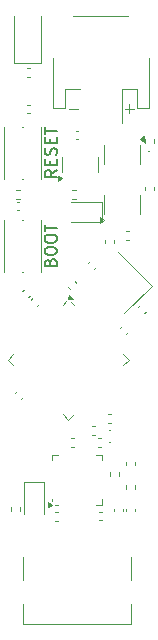
<source format=gbr>
%TF.GenerationSoftware,KiCad,Pcbnew,8.0.6*%
%TF.CreationDate,2024-11-16T14:05:28-06:00*%
%TF.ProjectId,ATesp32,41546573-7033-4322-9e6b-696361645f70,rev?*%
%TF.SameCoordinates,PX47868c0PY2faf080*%
%TF.FileFunction,Legend,Top*%
%TF.FilePolarity,Positive*%
%FSLAX46Y46*%
G04 Gerber Fmt 4.6, Leading zero omitted, Abs format (unit mm)*
G04 Created by KiCad (PCBNEW 8.0.6) date 2024-11-16 14:05:28*
%MOMM*%
%LPD*%
G01*
G04 APERTURE LIST*
%ADD10C,0.100000*%
%ADD11C,0.150000*%
%ADD12C,0.120000*%
G04 APERTURE END LIST*
D10*
X13053884Y-8741466D02*
X13815789Y-8741466D01*
X13434836Y-9122419D02*
X13434836Y-8360514D01*
X8303884Y-8741466D02*
X9065789Y-8741466D01*
D11*
X7254819Y-13952381D02*
X6778628Y-14285714D01*
X7254819Y-14523809D02*
X6254819Y-14523809D01*
X6254819Y-14523809D02*
X6254819Y-14142857D01*
X6254819Y-14142857D02*
X6302438Y-14047619D01*
X6302438Y-14047619D02*
X6350057Y-14000000D01*
X6350057Y-14000000D02*
X6445295Y-13952381D01*
X6445295Y-13952381D02*
X6588152Y-13952381D01*
X6588152Y-13952381D02*
X6683390Y-14000000D01*
X6683390Y-14000000D02*
X6731009Y-14047619D01*
X6731009Y-14047619D02*
X6778628Y-14142857D01*
X6778628Y-14142857D02*
X6778628Y-14523809D01*
X6731009Y-13523809D02*
X6731009Y-13190476D01*
X7254819Y-13047619D02*
X7254819Y-13523809D01*
X7254819Y-13523809D02*
X6254819Y-13523809D01*
X6254819Y-13523809D02*
X6254819Y-13047619D01*
X7207200Y-12666666D02*
X7254819Y-12523809D01*
X7254819Y-12523809D02*
X7254819Y-12285714D01*
X7254819Y-12285714D02*
X7207200Y-12190476D01*
X7207200Y-12190476D02*
X7159580Y-12142857D01*
X7159580Y-12142857D02*
X7064342Y-12095238D01*
X7064342Y-12095238D02*
X6969104Y-12095238D01*
X6969104Y-12095238D02*
X6873866Y-12142857D01*
X6873866Y-12142857D02*
X6826247Y-12190476D01*
X6826247Y-12190476D02*
X6778628Y-12285714D01*
X6778628Y-12285714D02*
X6731009Y-12476190D01*
X6731009Y-12476190D02*
X6683390Y-12571428D01*
X6683390Y-12571428D02*
X6635771Y-12619047D01*
X6635771Y-12619047D02*
X6540533Y-12666666D01*
X6540533Y-12666666D02*
X6445295Y-12666666D01*
X6445295Y-12666666D02*
X6350057Y-12619047D01*
X6350057Y-12619047D02*
X6302438Y-12571428D01*
X6302438Y-12571428D02*
X6254819Y-12476190D01*
X6254819Y-12476190D02*
X6254819Y-12238095D01*
X6254819Y-12238095D02*
X6302438Y-12095238D01*
X6731009Y-11666666D02*
X6731009Y-11333333D01*
X7254819Y-11190476D02*
X7254819Y-11666666D01*
X7254819Y-11666666D02*
X6254819Y-11666666D01*
X6254819Y-11666666D02*
X6254819Y-11190476D01*
X6254819Y-10904761D02*
X6254819Y-10333333D01*
X7254819Y-10619047D02*
X6254819Y-10619047D01*
X6731009Y-21757142D02*
X6778628Y-21614285D01*
X6778628Y-21614285D02*
X6826247Y-21566666D01*
X6826247Y-21566666D02*
X6921485Y-21519047D01*
X6921485Y-21519047D02*
X7064342Y-21519047D01*
X7064342Y-21519047D02*
X7159580Y-21566666D01*
X7159580Y-21566666D02*
X7207200Y-21614285D01*
X7207200Y-21614285D02*
X7254819Y-21709523D01*
X7254819Y-21709523D02*
X7254819Y-22090475D01*
X7254819Y-22090475D02*
X6254819Y-22090475D01*
X6254819Y-22090475D02*
X6254819Y-21757142D01*
X6254819Y-21757142D02*
X6302438Y-21661904D01*
X6302438Y-21661904D02*
X6350057Y-21614285D01*
X6350057Y-21614285D02*
X6445295Y-21566666D01*
X6445295Y-21566666D02*
X6540533Y-21566666D01*
X6540533Y-21566666D02*
X6635771Y-21614285D01*
X6635771Y-21614285D02*
X6683390Y-21661904D01*
X6683390Y-21661904D02*
X6731009Y-21757142D01*
X6731009Y-21757142D02*
X6731009Y-22090475D01*
X6254819Y-20899999D02*
X6254819Y-20709523D01*
X6254819Y-20709523D02*
X6302438Y-20614285D01*
X6302438Y-20614285D02*
X6397676Y-20519047D01*
X6397676Y-20519047D02*
X6588152Y-20471428D01*
X6588152Y-20471428D02*
X6921485Y-20471428D01*
X6921485Y-20471428D02*
X7111961Y-20519047D01*
X7111961Y-20519047D02*
X7207200Y-20614285D01*
X7207200Y-20614285D02*
X7254819Y-20709523D01*
X7254819Y-20709523D02*
X7254819Y-20899999D01*
X7254819Y-20899999D02*
X7207200Y-20995237D01*
X7207200Y-20995237D02*
X7111961Y-21090475D01*
X7111961Y-21090475D02*
X6921485Y-21138094D01*
X6921485Y-21138094D02*
X6588152Y-21138094D01*
X6588152Y-21138094D02*
X6397676Y-21090475D01*
X6397676Y-21090475D02*
X6302438Y-20995237D01*
X6302438Y-20995237D02*
X6254819Y-20899999D01*
X6254819Y-19852380D02*
X6254819Y-19661904D01*
X6254819Y-19661904D02*
X6302438Y-19566666D01*
X6302438Y-19566666D02*
X6397676Y-19471428D01*
X6397676Y-19471428D02*
X6588152Y-19423809D01*
X6588152Y-19423809D02*
X6921485Y-19423809D01*
X6921485Y-19423809D02*
X7111961Y-19471428D01*
X7111961Y-19471428D02*
X7207200Y-19566666D01*
X7207200Y-19566666D02*
X7254819Y-19661904D01*
X7254819Y-19661904D02*
X7254819Y-19852380D01*
X7254819Y-19852380D02*
X7207200Y-19947618D01*
X7207200Y-19947618D02*
X7111961Y-20042856D01*
X7111961Y-20042856D02*
X6921485Y-20090475D01*
X6921485Y-20090475D02*
X6588152Y-20090475D01*
X6588152Y-20090475D02*
X6397676Y-20042856D01*
X6397676Y-20042856D02*
X6302438Y-19947618D01*
X6302438Y-19947618D02*
X6254819Y-19852380D01*
X6254819Y-19138094D02*
X6254819Y-18566666D01*
X7254819Y-18852380D02*
X6254819Y-18852380D01*
D12*
%TO.C,R14*%
X10246359Y-35620000D02*
X10553641Y-35620000D01*
X10246359Y-36380000D02*
X10553641Y-36380000D01*
%TO.C,C5*%
X12669190Y-27321693D02*
X12821693Y-27169190D01*
X13178307Y-27830810D02*
X13330810Y-27678307D01*
%TO.C,R4*%
X13096359Y-19120000D02*
X13403641Y-19120000D01*
X13096359Y-19880000D02*
X13403641Y-19880000D01*
%TO.C,C9*%
X5007836Y-5340000D02*
X4792164Y-5340000D01*
X5007836Y-6060000D02*
X4792164Y-6060000D01*
%TO.C,C1*%
X5221693Y-24769190D02*
X5069190Y-24921693D01*
X5730810Y-25278307D02*
X5578307Y-25430810D01*
%TO.C,C3*%
X4521693Y-24069190D02*
X4369190Y-24221693D01*
X5030810Y-24578307D02*
X4878307Y-24730810D01*
%TO.C,Q1*%
X7690000Y-13500000D02*
X7690000Y-12850000D01*
X7690000Y-13500000D02*
X7690000Y-14150000D01*
X10810000Y-13500000D02*
X10810000Y-12850000D01*
X10810000Y-13500000D02*
X10810000Y-14150000D01*
X7740000Y-14662500D02*
X7410000Y-14902500D01*
X7410000Y-14422500D01*
X7740000Y-14662500D01*
G36*
X7740000Y-14662500D02*
G01*
X7410000Y-14902500D01*
X7410000Y-14422500D01*
X7740000Y-14662500D01*
G37*
%TO.C,SW1*%
X2850000Y-10300000D02*
X2850000Y-14700000D01*
X4350000Y-10300000D02*
X4450000Y-10300000D01*
X4350000Y-14700000D02*
X4450000Y-14700000D01*
X5950000Y-14700000D02*
X5950000Y-10300000D01*
%TO.C,U4*%
X11240000Y-16887500D02*
X11240000Y-16087500D01*
X11240000Y-16887500D02*
X11240000Y-17687500D01*
X14360000Y-16887500D02*
X14360000Y-16087500D01*
X14360000Y-16887500D02*
X14360000Y-17687500D01*
X11290000Y-18187500D02*
X10960000Y-18427500D01*
X10960000Y-17947500D01*
X11290000Y-18187500D01*
G36*
X11290000Y-18187500D02*
G01*
X10960000Y-18427500D01*
X10960000Y-17947500D01*
X11290000Y-18187500D01*
G37*
%TO.C,U3*%
X11240000Y-12637500D02*
X11240000Y-11837500D01*
X11240000Y-12637500D02*
X11240000Y-13437500D01*
X14360000Y-12637500D02*
X14360000Y-11837500D01*
X14360000Y-12637500D02*
X14360000Y-13437500D01*
X14640000Y-11577500D02*
X14310000Y-11337500D01*
X14640000Y-11097500D01*
X14640000Y-11577500D01*
G36*
X14640000Y-11577500D02*
G01*
X14310000Y-11337500D01*
X14640000Y-11097500D01*
X14640000Y-11577500D01*
G37*
%TO.C,R1*%
X4153641Y-15620000D02*
X3846359Y-15620000D01*
X4153641Y-16380000D02*
X3846359Y-16380000D01*
%TO.C,C7*%
X8421693Y-24030810D02*
X8269190Y-23878307D01*
X8930810Y-23521693D02*
X8778307Y-23369190D01*
D10*
%TO.C,D6*%
X11860000Y-37000000D02*
G75*
G02*
X11760000Y-37000000I-50000J0D01*
G01*
X11760000Y-37000000D02*
G75*
G02*
X11860000Y-37000000I50000J0D01*
G01*
D12*
%TO.C,SW2*%
X2850000Y-18200000D02*
X2850000Y-22600000D01*
X4350000Y-18200000D02*
X4450000Y-18200000D01*
X4350000Y-22600000D02*
X4450000Y-22600000D01*
X5950000Y-22600000D02*
X5950000Y-18200000D01*
%TO.C,R12*%
X13120000Y-38646359D02*
X13120000Y-38953641D01*
X13880000Y-38646359D02*
X13880000Y-38953641D01*
%TO.C,R11*%
X13120000Y-40953641D02*
X13120000Y-40646359D01*
X13880000Y-40953641D02*
X13880000Y-40646359D01*
%TO.C,D1*%
X4500000Y-40390000D02*
X4500000Y-43050000D01*
X6200000Y-40390000D02*
X4500000Y-40390000D01*
X6200000Y-40390000D02*
X6200000Y-43050000D01*
%TO.C,R8*%
X11903641Y-34620000D02*
X11596359Y-34620000D01*
X11903641Y-35380000D02*
X11596359Y-35380000D01*
%TO.C,U5*%
X6890000Y-38052500D02*
X7365000Y-38052500D01*
X6890000Y-38527500D02*
X6890000Y-38052500D01*
X6890000Y-41797500D02*
X6890000Y-41972500D01*
X7365000Y-42272500D02*
X7130000Y-42272500D01*
X11110000Y-38052500D02*
X10635000Y-38052500D01*
X11110000Y-38527500D02*
X11110000Y-38052500D01*
X11110000Y-41797500D02*
X11110000Y-42272500D01*
X11110000Y-42272500D02*
X10635000Y-42272500D01*
X6890000Y-42272500D02*
X6560000Y-42512500D01*
X6560000Y-42032500D01*
X6890000Y-42272500D01*
G36*
X6890000Y-42272500D02*
G01*
X6560000Y-42512500D01*
X6560000Y-42032500D01*
X6890000Y-42272500D01*
G37*
%TO.C,R2*%
X8596359Y-15620000D02*
X8903641Y-15620000D01*
X8596359Y-16380000D02*
X8903641Y-16380000D01*
%TO.C,D4*%
X11110000Y-16650000D02*
X8450000Y-16650000D01*
X11110000Y-18350000D02*
X8450000Y-18350000D01*
X11110000Y-18350000D02*
X11110000Y-16650000D01*
%TO.C,R5*%
X7403641Y-42870000D02*
X7096359Y-42870000D01*
X7403641Y-43630000D02*
X7096359Y-43630000D01*
%TO.C,R3*%
X14720000Y-15346359D02*
X14720000Y-15653641D01*
X15480000Y-15346359D02*
X15480000Y-15653641D01*
%TO.C,R7*%
X3420000Y-42803641D02*
X3420000Y-42496359D01*
X4180000Y-42803641D02*
X4180000Y-42496359D01*
D10*
%TO.C,D5*%
X11860000Y-36000000D02*
G75*
G02*
X11760000Y-36000000I-50000J0D01*
G01*
X11760000Y-36000000D02*
G75*
G02*
X11860000Y-36000000I50000J0D01*
G01*
D12*
%TO.C,J2*%
X6940000Y-4460000D02*
X6940000Y-8710000D01*
X6940000Y-8710000D02*
X7960000Y-8710000D01*
X7960000Y-7110000D02*
X9240000Y-7110000D01*
X7960000Y-8710000D02*
X7960000Y-7110000D01*
X12760000Y-7110000D02*
X12760000Y-10000000D01*
X13340000Y-890000D02*
X8660000Y-890000D01*
X14040000Y-7110000D02*
X12760000Y-7110000D01*
X14040000Y-8710000D02*
X14040000Y-7110000D01*
X15060000Y-4460000D02*
X15060000Y-8710000D01*
X15060000Y-8710000D02*
X14040000Y-8710000D01*
%TO.C,AE1*%
X3640000Y-950000D02*
X3640000Y-4860000D01*
X3640000Y-4860000D02*
X5960000Y-4860000D01*
X5960000Y-4860000D02*
X5960000Y-950000D01*
D10*
%TO.C,D2*%
X15150000Y-12410000D02*
G75*
G02*
X15050000Y-12410000I-50000J0D01*
G01*
X15050000Y-12410000D02*
G75*
G02*
X15150000Y-12410000I50000J0D01*
G01*
D12*
%TO.C,C10*%
X3892164Y-16640000D02*
X4107836Y-16640000D01*
X3892164Y-17360000D02*
X4107836Y-17360000D01*
%TO.C,R13*%
X11820000Y-39546359D02*
X11820000Y-39853641D01*
X12580000Y-39546359D02*
X12580000Y-39853641D01*
%TO.C,C17*%
X10872164Y-42890000D02*
X11087836Y-42890000D01*
X10872164Y-43610000D02*
X11087836Y-43610000D01*
%TO.C,R9*%
X8753641Y-36620000D02*
X8446359Y-36620000D01*
X8753641Y-37380000D02*
X8446359Y-37380000D01*
%TO.C,R6*%
X14720000Y-11346359D02*
X14720000Y-11653641D01*
X15480000Y-11346359D02*
X15480000Y-11653641D01*
%TO.C,U1*%
X3144689Y-30000000D02*
X3604308Y-29540381D01*
X3604308Y-30459619D02*
X3144689Y-30000000D01*
X7790381Y-25354308D02*
X8080294Y-25064395D01*
X7790381Y-34645692D02*
X8250000Y-35105311D01*
X8250000Y-35105311D02*
X8709619Y-34645692D01*
X8709619Y-25354308D02*
X8462132Y-25106821D01*
X12895692Y-29540381D02*
X13355311Y-30000000D01*
X13355311Y-30000000D02*
X12895692Y-30459619D01*
X8653051Y-24831049D02*
X8250000Y-24894689D01*
X8313640Y-24491638D01*
X8653051Y-24831049D01*
G36*
X8653051Y-24831049D02*
G01*
X8250000Y-24894689D01*
X8313640Y-24491638D01*
X8653051Y-24831049D01*
G37*
%TO.C,J1*%
X4420000Y-46755000D02*
X4420000Y-48675000D01*
X4420000Y-52390000D02*
X4420000Y-50685000D01*
X13580000Y-48675000D02*
X13580000Y-46755000D01*
X13580000Y-50685000D02*
X13580000Y-52390000D01*
X13580000Y-52390000D02*
X4420000Y-52390000D01*
%TO.C,C12*%
X14321693Y-25419190D02*
X14169190Y-25571693D01*
X14830810Y-25928307D02*
X14678307Y-26080810D01*
%TO.C,C14*%
X9087836Y-10640000D02*
X8872164Y-10640000D01*
X9087836Y-11360000D02*
X8872164Y-11360000D01*
%TO.C,C4*%
X12140000Y-42642164D02*
X12140000Y-42857836D01*
X12860000Y-42642164D02*
X12860000Y-42857836D01*
%TO.C,C11*%
X10071693Y-21669190D02*
X9919190Y-21821693D01*
X10580810Y-22178307D02*
X10428307Y-22330810D01*
%TO.C,C13*%
X11390000Y-19892164D02*
X11390000Y-20107836D01*
X12110000Y-19892164D02*
X12110000Y-20107836D01*
%TO.C,C6*%
X3921693Y-32669190D02*
X3769190Y-32821693D01*
X4430810Y-33178307D02*
X4278307Y-33330810D01*
%TO.C,C8*%
X5007836Y-8440000D02*
X4792164Y-8440000D01*
X5007836Y-9160000D02*
X4792164Y-9160000D01*
%TO.C,R15*%
X10746359Y-36620000D02*
X11053641Y-36620000D01*
X10746359Y-37380000D02*
X11053641Y-37380000D01*
%TO.C,C15*%
X13140000Y-42642164D02*
X13140000Y-42857836D01*
X13860000Y-42642164D02*
X13860000Y-42857836D01*
%TO.C,Y1*%
X12997487Y-26080940D02*
X15330940Y-23747487D01*
X15330940Y-23747487D02*
X12502513Y-20919060D01*
%TD*%
M02*

</source>
